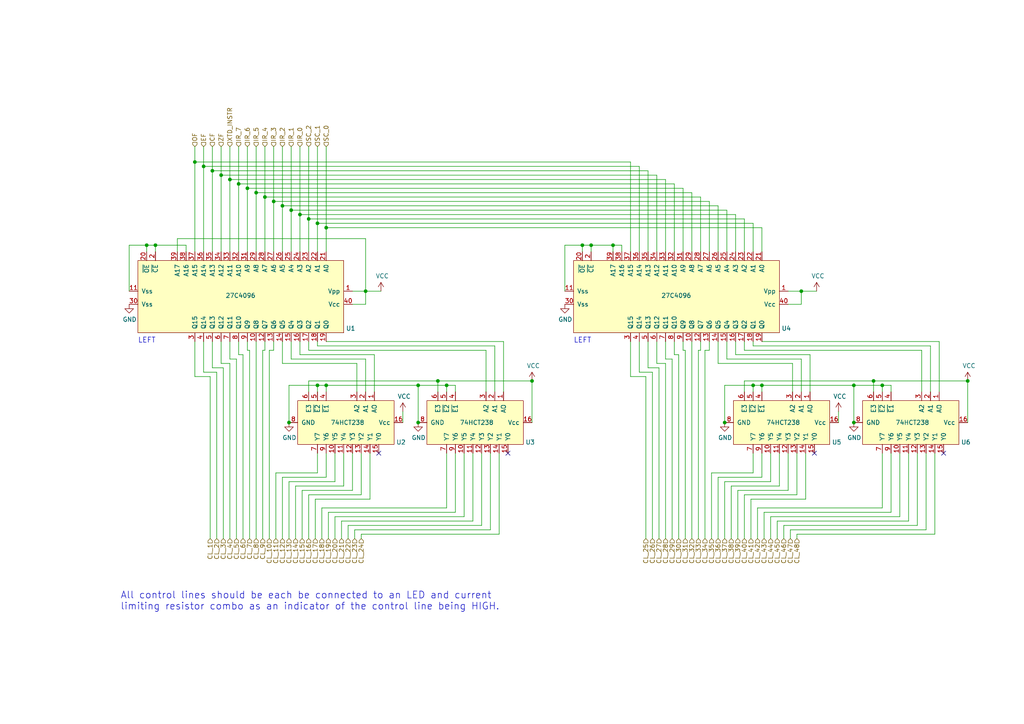
<source format=kicad_sch>
(kicad_sch (version 20211123) (generator eeschema)
  (paper "A4")
  (title_block (title "Control Logic") (rev "2"))
  (lib_symbols
    (symbol "common-symbols:27C4096" (pin_names (offset 1.016))
      (property "Reference" "U" (at 10.795 -10.16 0))
      (property "Value" "27C4096" (at 10.795 -7.62 0))
      (symbol "27C4096_0_0"
        (pin power_in line (at 8.89 2.54 270) (length 2.54) (name "Vpp") (number "1"))
        (pin output line (at 23.495 -25.4 180) (length 2.54) (name "Q8") (number "10"))
        (pin power_in line (at 8.89 -62.23 90) (length 2.54) (name "Vss") (number "11"))
        (pin output line (at 23.495 -22.86 180) (length 2.54) (name "Q7") (number "12"))
        (pin output line (at 23.495 -20.32 180) (length 2.54) (name "Q6") (number "13"))
        (pin output line (at 23.495 -17.78 180) (length 2.54) (name "Q5") (number "14"))
        (pin output line (at 23.495 -15.24 180) (length 2.54) (name "Q4") (number "15"))
        (pin output line (at 23.495 -12.7 180) (length 2.54) (name "Q3") (number "16"))
        (pin output line (at 23.495 -10.16 180) (length 2.54) (name "Q2") (number "17"))
        (pin output line (at 23.495 -7.62 180) (length 2.54) (name "Q1") (number "18"))
        (pin output line (at 23.495 -5.08 180) (length 2.54) (name "Q0") (number "19"))
        (pin input line (at -2.54 -54.61 0) (length 2.54) (name "~{CE}") (number "2"))
        (pin input line (at -2.54 -57.15 0) (length 2.54) (name "~{OE}") (number "20"))
        (pin input line (at -2.54 -5.08 0) (length 2.54) (name "A0") (number "21"))
        (pin input line (at -2.54 -7.62 0) (length 2.54) (name "A1") (number "22"))
        (pin input line (at -2.54 -10.16 0) (length 2.54) (name "A2") (number "23"))
        (pin input line (at -2.54 -12.7 0) (length 2.54) (name "A3") (number "24"))
        (pin input line (at -2.54 -15.24 0) (length 2.54) (name "A4") (number "25"))
        (pin input line (at -2.54 -17.78 0) (length 2.54) (name "A5") (number "26"))
        (pin input line (at -2.54 -20.32 0) (length 2.54) (name "A6") (number "27"))
        (pin input line (at -2.54 -22.86 0) (length 2.54) (name "A7") (number "28"))
        (pin input line (at -2.54 -25.4 0) (length 2.54) (name "A8") (number "29"))
        (pin output line (at 23.495 -43.18 180) (length 2.54) (name "Q15") (number "3"))
        (pin power_in line (at 12.7 -62.23 90) (length 2.54) (name "Vss") (number "30"))
        (pin input line (at -2.54 -27.94 0) (length 2.54) (name "A9") (number "31"))
        (pin input line (at -2.54 -30.48 0) (length 2.54) (name "A10") (number "32"))
        (pin input line (at -2.54 -33.02 0) (length 2.54) (name "A11") (number "33"))
        (pin input line (at -2.54 -35.56 0) (length 2.54) (name "A12") (number "34"))
        (pin input line (at -2.54 -38.1 0) (length 2.54) (name "A13") (number "35"))
        (pin input line (at -2.54 -40.64 0) (length 2.54) (name "A14") (number "36"))
        (pin input line (at -2.54 -43.18 0) (length 2.54) (name "A15") (number "37"))
        (pin input line (at -2.54 -45.72 0) (length 2.54) (name "A16") (number "38"))
        (pin input line (at -2.54 -48.26 0) (length 2.54) (name "A17") (number "39"))
        (pin output line (at 23.495 -40.64 180) (length 2.54) (name "Q14") (number "4"))
        (pin power_in line (at 12.7 2.54 270) (length 2.54) (name "Vcc") (number "40"))
        (pin output line (at 23.495 -38.1 180) (length 2.54) (name "Q13") (number "5"))
        (pin output line (at 23.495 -35.56 180) (length 2.54) (name "Q12") (number "6"))
        (pin output line (at 23.495 -33.02 180) (length 2.54) (name "Q11") (number "7"))
        (pin output line (at 23.495 -30.48 180) (length 2.54) (name "Q10") (number "8"))
        (pin output line (at 23.495 -27.94 180) (length 2.54) (name "Q9") (number "9"))
      )
      (symbol "27C4096_0_1"
        (rectangle (start 0 0) (end 20.955 -59.69) (fill (type background)))
      )
    )
    (symbol "common-symbols:74HCT238" (pin_names (offset 1.016))
      (property "Reference" "U" (at 15.875 31.115 0))
      (property "Value" "74HCT238" (at 0 0 90))
      (symbol "74HCT238_0_0"
        (pin input line (at -8.89 7.62 0) (length 2.54) (name "AO") (number "1"))
        (pin output line (at 8.89 -3.81 180) (length 2.54) (name "Y5") (number "10"))
        (pin output line (at 8.89 -1.27 180) (length 2.54) (name "Y4") (number "11"))
        (pin output line (at 8.89 1.27 180) (length 2.54) (name "Y3") (number "12"))
        (pin output line (at 8.89 3.81 180) (length 2.54) (name "Y2") (number "13"))
        (pin output line (at 8.89 6.35 180) (length 2.54) (name "Y1") (number "14"))
        (pin output line (at 8.89 8.89 180) (length 2.54) (name "Y0") (number "15"))
        (pin power_in line (at 0 15.875 270) (length 2.54) (name "Vcc") (number "16"))
        (pin input line (at -8.89 5.08 0) (length 2.54) (name "A1") (number "2"))
        (pin input line (at -8.89 2.54 0) (length 2.54) (name "A2") (number "3"))
        (pin input line (at -8.89 -6.35 0) (length 2.54) (name "~{E1}") (number "4"))
        (pin input line (at -8.89 -8.89 0) (length 2.54) (name "~{E2}") (number "5"))
        (pin input line (at -8.89 -11.43 0) (length 2.54) (name "E3") (number "6"))
        (pin output line (at 8.89 -8.89 180) (length 2.54) (name "Y7") (number "7"))
        (pin power_in line (at 0 -17.145 90) (length 2.54) (name "GND") (number "8"))
        (pin output line (at 8.89 -6.35 180) (length 2.54) (name "Y6") (number "9"))
      )
      (symbol "74HCT238_0_1"
        (rectangle (start 6.35 -14.605) (end -6.35 13.335) (fill (type background)))
      )
    )
    (symbol "power:GND" (power) (pin_names (offset 0))
      (property "Value" "GND" (at 0 -3.81 0))
      (symbol "GND_0_1"
        (polyline (pts (xy 0 0) (xy 0 -1.27) (xy 1.27 -1.27) (xy 0 -2.54) (xy -1.27 -1.27) (xy 0 -1.27)))
      )
      (symbol "GND_1_1"
        (pin power_in line (at 0 0 270) (length 0) hide (name "GND") (number "1"))
      )
    )
    (symbol "power:VCC" (power) (pin_names (offset 0))
      (property "Value" "VCC" (at 0 3.81 0))
      (symbol "VCC_0_1"
        (polyline (pts (xy -0.762 1.27) (xy 0 2.54)))
        (polyline (pts (xy 0 0) (xy 0 2.54)))
        (polyline (pts (xy 0 2.54) (xy 0.762 1.27)))
      )
      (symbol "VCC_1_1"
        (pin power_in line (at 0 0 90) (length 0) hide (name "VCC") (number "1"))
      )
    )
  )
  (junction (at 84.455 60.96))
  (junction (at 255.905 111.76))
  (junction (at 86.995 62.23))
  (junction (at 129.54 111.76))
  (junction (at 92.075 111.76))
  (junction (at 42.545 71.12))
  (junction (at 83.82 122.555))
  (junction (at 210.185 122.555))
  (junction (at 121.285 122.555))
  (junction (at 64.135 50.8))
  (junction (at 92.075 64.77))
  (junction (at 154.305 110.49))
  (junction (at 94.615 111.76))
  (junction (at 76.835 57.15))
  (junction (at 253.365 110.49))
  (junction (at 89.535 63.5))
  (junction (at 247.65 111.76))
  (junction (at 121.285 111.76))
  (junction (at 74.295 55.88))
  (junction (at 66.675 52.07))
  (junction (at 168.91 71.12))
  (junction (at 232.41 84.455))
  (junction (at 177.8 71.12))
  (junction (at 220.98 111.76))
  (junction (at 61.595 49.53))
  (junction (at 56.515 46.99))
  (junction (at 71.755 54.61))
  (junction (at 59.055 48.26))
  (junction (at 127 110.49))
  (junction (at 171.45 71.12))
  (junction (at 45.085 71.12))
  (junction (at 79.375 58.42))
  (junction (at 280.67 110.49))
  (junction (at 106.045 84.455))
  (junction (at 69.215 53.34))
  (junction (at 81.915 59.69))
  (junction (at 94.615 66.04))
  (junction (at 218.44 111.76))
  (junction (at 247.65 122.555))
  (no_connect (at 273.685 131.445))
  (no_connect (at 109.855 131.445))
  (no_connect (at 236.22 131.445))
  (no_connect (at 147.32 131.445))
  (wire (pts (xy 127 113.665) (xy 127 110.49)))
  (wire (pts (xy 203.2 99.06) (xy 203.2 101.6)))
  (wire (pts (xy 85.725 140.97) (xy 85.725 156.21)))
  (wire (pts (xy 68.58 104.14) (xy 68.58 156.21)))
  (wire (pts (xy 187.325 109.22) (xy 187.325 156.21)))
  (wire (pts (xy 180.34 71.12) (xy 180.34 73.025)))
  (wire (pts (xy 258.445 131.445) (xy 258.445 148.59)))
  (wire (pts (xy 204.47 101.6) (xy 204.47 156.21)))
  (wire (pts (xy 94.615 42.545) (xy 94.615 66.04)))
  (wire (pts (xy 129.54 113.665) (xy 129.54 111.76)))
  (wire (pts (xy 79.375 73.025) (xy 79.375 58.42)))
  (wire (pts (xy 190.5 73.025) (xy 190.5 50.8)))
  (wire (pts (xy 84.455 42.545) (xy 84.455 60.96)))
  (wire (pts (xy 94.615 111.76) (xy 92.075 111.76)))
  (wire (pts (xy 220.98 131.445) (xy 220.98 138.43)))
  (wire (pts (xy 137.16 131.445) (xy 137.16 151.13)))
  (wire (pts (xy 56.515 99.06) (xy 56.515 109.22)))
  (wire (pts (xy 59.055 107.95) (xy 62.865 107.95)))
  (wire (pts (xy 185.42 99.06) (xy 185.42 107.95)))
  (wire (pts (xy 268.605 131.445) (xy 268.605 153.67)))
  (wire (pts (xy 89.535 101.6) (xy 140.97 101.6)))
  (wire (pts (xy 146.05 99.06) (xy 146.05 113.665)))
  (wire (pts (xy 104.775 131.445) (xy 104.775 143.51)))
  (wire (pts (xy 95.25 148.59) (xy 95.25 156.21)))
  (wire (pts (xy 99.06 151.13) (xy 137.16 151.13)))
  (wire (pts (xy 51.435 69.215) (xy 51.435 73.025)))
  (wire (pts (xy 129.54 131.445) (xy 129.54 147.32)))
  (wire (pts (xy 92.075 111.76) (xy 92.075 113.665)))
  (wire (pts (xy 95.25 148.59) (xy 132.08 148.59)))
  (wire (pts (xy 182.88 99.06) (xy 182.88 109.22)))
  (wire (pts (xy 210.185 111.76) (xy 210.185 122.555)))
  (wire (pts (xy 168.91 71.12) (xy 168.91 73.025)))
  (wire (pts (xy 227.33 152.4) (xy 266.065 152.4)))
  (wire (pts (xy 87.63 142.24) (xy 87.63 156.21)))
  (wire (pts (xy 195.58 99.06) (xy 195.58 102.87)))
  (wire (pts (xy 42.545 71.12) (xy 45.085 71.12)))
  (wire (pts (xy 81.915 73.025) (xy 81.915 59.69)))
  (wire (pts (xy 97.155 149.86) (xy 97.155 156.21)))
  (wire (pts (xy 104.775 154.94) (xy 144.78 154.94)))
  (wire (pts (xy 103.505 105.41) (xy 103.505 113.665)))
  (wire (pts (xy 212.09 140.97) (xy 226.06 140.97)))
  (wire (pts (xy 215.9 73.025) (xy 215.9 63.5)))
  (wire (pts (xy 106.045 69.215) (xy 106.045 84.455)))
  (wire (pts (xy 263.525 131.445) (xy 263.525 151.13)))
  (wire (pts (xy 232.41 84.455) (xy 232.41 88.265)))
  (wire (pts (xy 92.075 42.545) (xy 92.075 64.77)))
  (wire (pts (xy 163.83 71.12) (xy 163.83 84.455)))
  (wire (pts (xy 215.9 143.51) (xy 215.9 156.21)))
  (wire (pts (xy 225.425 151.13) (xy 263.525 151.13)))
  (wire (pts (xy 106.045 84.455) (xy 110.49 84.455)))
  (wire (pts (xy 202.565 101.6) (xy 202.565 156.21)))
  (wire (pts (xy 255.905 113.665) (xy 255.905 111.76)))
  (wire (pts (xy 76.835 99.06) (xy 76.835 101.6)))
  (wire (pts (xy 37.465 71.12) (xy 42.545 71.12)))
  (wire (pts (xy 84.455 99.06) (xy 84.455 104.14)))
  (wire (pts (xy 74.295 73.025) (xy 74.295 55.88)))
  (wire (pts (xy 89.535 110.49) (xy 89.535 113.665)))
  (wire (pts (xy 106.045 84.455) (xy 106.045 88.265)))
  (wire (pts (xy 218.44 100.33) (xy 269.875 100.33)))
  (wire (pts (xy 83.82 139.7) (xy 97.155 139.7)))
  (wire (pts (xy 97.155 131.445) (xy 97.155 139.7)))
  (wire (pts (xy 243.205 122.555) (xy 243.205 119.38)))
  (wire (pts (xy 177.8 73.025) (xy 177.8 71.12)))
  (wire (pts (xy 267.335 101.6) (xy 267.335 113.665)))
  (wire (pts (xy 226.06 131.445) (xy 226.06 140.97)))
  (wire (pts (xy 71.755 99.06) (xy 71.755 101.6)))
  (wire (pts (xy 81.915 138.43) (xy 94.615 138.43)))
  (wire (pts (xy 89.535 42.545) (xy 89.535 63.5)))
  (wire (pts (xy 232.41 88.265) (xy 228.6 88.265)))
  (wire (pts (xy 255.905 111.76) (xy 247.65 111.76)))
  (wire (pts (xy 225.425 151.13) (xy 225.425 156.21)))
  (wire (pts (xy 64.135 99.06) (xy 64.135 105.41)))
  (wire (pts (xy 208.28 138.43) (xy 220.98 138.43)))
  (wire (pts (xy 215.9 110.49) (xy 215.9 113.665)))
  (wire (pts (xy 203.2 57.15) (xy 76.835 57.15)))
  (wire (pts (xy 132.08 131.445) (xy 132.08 148.59)))
  (wire (pts (xy 106.045 104.14) (xy 106.045 113.665)))
  (wire (pts (xy 218.44 64.77) (xy 92.075 64.77)))
  (wire (pts (xy 177.8 71.12) (xy 180.34 71.12)))
  (wire (pts (xy 89.535 143.51) (xy 89.535 156.21)))
  (wire (pts (xy 84.455 104.14) (xy 106.045 104.14)))
  (wire (pts (xy 193.04 73.025) (xy 193.04 52.07)))
  (wire (pts (xy 234.95 102.87) (xy 234.95 113.665)))
  (wire (pts (xy 83.82 139.7) (xy 83.82 156.21)))
  (wire (pts (xy 81.915 42.545) (xy 81.915 59.69)))
  (wire (pts (xy 253.365 113.665) (xy 253.365 110.49)))
  (wire (pts (xy 255.905 131.445) (xy 255.905 147.32)))
  (wire (pts (xy 139.7 131.445) (xy 139.7 152.4)))
  (wire (pts (xy 190.5 99.06) (xy 190.5 105.41)))
  (wire (pts (xy 62.865 107.95) (xy 62.865 156.21)))
  (wire (pts (xy 76.835 42.545) (xy 76.835 57.15)))
  (wire (pts (xy 220.98 111.76) (xy 218.44 111.76)))
  (wire (pts (xy 200.66 55.88) (xy 74.295 55.88)))
  (wire (pts (xy 97.155 149.86) (xy 134.62 149.86)))
  (wire (pts (xy 231.14 131.445) (xy 231.14 143.51)))
  (wire (pts (xy 203.2 73.025) (xy 203.2 57.15)))
  (wire (pts (xy 208.28 105.41) (xy 229.87 105.41)))
  (wire (pts (xy 195.58 102.87) (xy 196.85 102.87)))
  (wire (pts (xy 171.45 71.12) (xy 177.8 71.12)))
  (wire (pts (xy 66.675 99.06) (xy 66.675 104.14)))
  (wire (pts (xy 81.915 138.43) (xy 81.915 156.21)))
  (wire (pts (xy 253.365 110.49) (xy 215.9 110.49)))
  (wire (pts (xy 195.58 53.34) (xy 69.215 53.34)))
  (wire (pts (xy 78.105 101.6) (xy 78.105 156.21)))
  (wire (pts (xy 100.965 152.4) (xy 100.965 156.21)))
  (wire (pts (xy 81.915 105.41) (xy 103.505 105.41)))
  (wire (pts (xy 210.82 104.14) (xy 232.41 104.14)))
  (wire (pts (xy 229.235 153.67) (xy 229.235 156.21)))
  (wire (pts (xy 171.45 71.12) (xy 171.45 73.025)))
  (wire (pts (xy 56.515 46.99) (xy 56.515 73.025)))
  (wire (pts (xy 144.78 131.445) (xy 144.78 154.94)))
  (wire (pts (xy 108.585 102.87) (xy 108.585 113.665)))
  (wire (pts (xy 218.44 99.06) (xy 218.44 100.33)))
  (wire (pts (xy 60.96 109.22) (xy 60.96 156.21)))
  (wire (pts (xy 215.9 143.51) (xy 231.14 143.51)))
  (wire (pts (xy 221.615 148.59) (xy 258.445 148.59)))
  (wire (pts (xy 253.365 110.49) (xy 280.67 110.49)))
  (wire (pts (xy 45.085 71.12) (xy 53.975 71.12)))
  (wire (pts (xy 210.185 139.7) (xy 223.52 139.7)))
  (wire (pts (xy 219.71 147.32) (xy 219.71 156.21)))
  (wire (pts (xy 71.755 54.61) (xy 71.755 73.025)))
  (wire (pts (xy 64.135 105.41) (xy 66.675 105.41)))
  (wire (pts (xy 69.215 102.87) (xy 70.485 102.87)))
  (wire (pts (xy 215.9 63.5) (xy 89.535 63.5)))
  (wire (pts (xy 121.285 111.76) (xy 94.615 111.76)))
  (wire (pts (xy 219.71 147.32) (xy 255.905 147.32)))
  (wire (pts (xy 81.915 99.06) (xy 81.915 105.41)))
  (wire (pts (xy 69.215 99.06) (xy 69.215 102.87)))
  (wire (pts (xy 91.44 144.78) (xy 91.44 156.21)))
  (wire (pts (xy 205.74 58.42) (xy 79.375 58.42)))
  (wire (pts (xy 89.535 99.06) (xy 89.535 101.6)))
  (wire (pts (xy 212.09 140.97) (xy 212.09 156.21)))
  (wire (pts (xy 79.375 99.06) (xy 79.375 101.6)))
  (wire (pts (xy 187.96 49.53) (xy 61.595 49.53)))
  (wire (pts (xy 132.08 111.76) (xy 132.08 113.665)))
  (wire (pts (xy 220.98 99.06) (xy 272.415 99.06)))
  (wire (pts (xy 223.52 149.86) (xy 223.52 156.21)))
  (wire (pts (xy 210.82 99.06) (xy 210.82 104.14)))
  (wire (pts (xy 92.075 137.16) (xy 92.075 131.445)))
  (wire (pts (xy 84.455 73.025) (xy 84.455 60.96)))
  (wire (pts (xy 200.66 73.025) (xy 200.66 55.88)))
  (wire (pts (xy 203.2 101.6) (xy 202.565 101.6)))
  (wire (pts (xy 89.535 143.51) (xy 104.775 143.51)))
  (wire (pts (xy 205.74 99.06) (xy 205.74 101.6)))
  (wire (pts (xy 61.595 106.68) (xy 64.77 106.68)))
  (wire (pts (xy 76.2 101.6) (xy 76.2 156.21)))
  (wire (pts (xy 94.615 73.025) (xy 94.615 66.04)))
  (wire (pts (xy 66.675 104.14) (xy 68.58 104.14)))
  (wire (pts (xy 87.63 142.24) (xy 102.235 142.24)))
  (wire (pts (xy 76.835 101.6) (xy 76.2 101.6)))
  (wire (pts (xy 80.01 137.16) (xy 92.075 137.16)))
  (wire (pts (xy 86.995 99.06) (xy 86.995 102.87)))
  (wire (pts (xy 213.36 73.025) (xy 213.36 62.23)))
  (wire (pts (xy 61.595 99.06) (xy 61.595 106.68)))
  (wire (pts (xy 71.755 101.6) (xy 72.39 101.6)))
  (wire (pts (xy 92.075 100.33) (xy 143.51 100.33)))
  (wire (pts (xy 86.995 102.87) (xy 108.585 102.87)))
  (wire (pts (xy 208.28 73.025) (xy 208.28 59.69)))
  (wire (pts (xy 127 110.49) (xy 89.535 110.49)))
  (wire (pts (xy 193.04 104.14) (xy 194.945 104.14)))
  (wire (pts (xy 269.875 100.33) (xy 269.875 113.665)))
  (wire (pts (xy 79.375 101.6) (xy 78.105 101.6)))
  (wire (pts (xy 271.145 131.445) (xy 271.145 154.94)))
  (wire (pts (xy 213.995 142.24) (xy 213.995 156.21)))
  (wire (pts (xy 127 110.49) (xy 154.305 110.49)))
  (wire (pts (xy 200.66 99.06) (xy 200.66 156.21)))
  (wire (pts (xy 37.465 71.12) (xy 37.465 84.455)))
  (wire (pts (xy 94.615 111.76) (xy 94.615 113.665)))
  (wire (pts (xy 223.52 131.445) (xy 223.52 139.7)))
  (wire (pts (xy 258.445 111.76) (xy 258.445 113.665)))
  (wire (pts (xy 195.58 73.025) (xy 195.58 53.34)))
  (wire (pts (xy 218.44 111.76) (xy 218.44 113.665)))
  (wire (pts (xy 56.515 109.22) (xy 60.96 109.22)))
  (wire (pts (xy 80.01 137.16) (xy 80.01 156.21)))
  (wire (pts (xy 231.14 154.94) (xy 231.14 156.21)))
  (wire (pts (xy 64.135 73.025) (xy 64.135 50.8)))
  (wire (pts (xy 66.675 42.545) (xy 66.675 52.07)))
  (wire (pts (xy 91.44 144.78) (xy 107.315 144.78)))
  (wire (pts (xy 66.675 105.41) (xy 66.675 156.21)))
  (wire (pts (xy 70.485 102.87) (xy 70.485 156.21)))
  (wire (pts (xy 182.88 46.99) (xy 182.88 73.025)))
  (wire (pts (xy 102.87 153.67) (xy 142.24 153.67)))
  (wire (pts (xy 232.41 104.14) (xy 232.41 113.665)))
  (wire (pts (xy 92.075 73.025) (xy 92.075 64.77)))
  (wire (pts (xy 221.615 148.59) (xy 221.615 156.21)))
  (wire (pts (xy 185.42 48.26) (xy 59.055 48.26)))
  (wire (pts (xy 232.41 84.455) (xy 236.855 84.455)))
  (wire (pts (xy 51.435 69.215) (xy 106.045 69.215)))
  (wire (pts (xy 233.68 131.445) (xy 233.68 144.78)))
  (wire (pts (xy 185.42 107.95) (xy 189.23 107.95)))
  (wire (pts (xy 193.04 105.41) (xy 193.04 156.21)))
  (wire (pts (xy 93.345 147.32) (xy 129.54 147.32)))
  (wire (pts (xy 220.98 66.04) (xy 94.615 66.04)))
  (wire (pts (xy 213.36 99.06) (xy 213.36 102.87)))
  (wire (pts (xy 93.345 147.32) (xy 93.345 156.21)))
  (wire (pts (xy 208.28 59.69) (xy 81.915 59.69)))
  (wire (pts (xy 89.535 73.025) (xy 89.535 63.5)))
  (wire (pts (xy 210.82 60.96) (xy 84.455 60.96)))
  (wire (pts (xy 66.675 73.025) (xy 66.675 52.07)))
  (wire (pts (xy 190.5 50.8) (xy 64.135 50.8)))
  (wire (pts (xy 217.805 144.78) (xy 217.805 156.21)))
  (wire (pts (xy 56.515 42.545) (xy 56.515 46.99)))
  (wire (pts (xy 83.82 111.76) (xy 83.82 122.555)))
  (wire (pts (xy 99.06 151.13) (xy 99.06 156.21)))
  (wire (pts (xy 231.14 154.94) (xy 271.145 154.94)))
  (wire (pts (xy 215.9 101.6) (xy 267.335 101.6)))
  (wire (pts (xy 194.945 104.14) (xy 194.945 156.21)))
  (wire (pts (xy 69.215 42.545) (xy 69.215 53.34)))
  (wire (pts (xy 74.295 42.545) (xy 74.295 55.88)))
  (wire (pts (xy 218.44 111.76) (xy 210.185 111.76)))
  (wire (pts (xy 208.28 99.06) (xy 208.28 105.41)))
  (wire (pts (xy 106.045 88.265) (xy 102.235 88.265)))
  (wire (pts (xy 217.805 144.78) (xy 233.68 144.78)))
  (wire (pts (xy 198.755 101.6) (xy 198.755 156.21)))
  (wire (pts (xy 218.44 73.025) (xy 218.44 64.77)))
  (wire (pts (xy 104.775 154.94) (xy 104.775 156.21)))
  (wire (pts (xy 79.375 42.545) (xy 79.375 58.42)))
  (wire (pts (xy 102.235 84.455) (xy 106.045 84.455)))
  (wire (pts (xy 59.055 42.545) (xy 59.055 48.26)))
  (wire (pts (xy 210.82 73.025) (xy 210.82 60.96)))
  (wire (pts (xy 205.74 73.025) (xy 205.74 58.42)))
  (wire (pts (xy 102.87 153.67) (xy 102.87 156.21)))
  (wire (pts (xy 228.6 84.455) (xy 232.41 84.455)))
  (wire (pts (xy 190.5 105.41) (xy 193.04 105.41)))
  (wire (pts (xy 154.305 110.49) (xy 154.305 122.555)))
  (wire (pts (xy 107.315 131.445) (xy 107.315 144.78)))
  (wire (pts (xy 56.515 46.99) (xy 182.88 46.99)))
  (wire (pts (xy 220.98 73.025) (xy 220.98 66.04)))
  (wire (pts (xy 168.91 71.12) (xy 171.45 71.12)))
  (wire (pts (xy 94.615 99.06) (xy 146.05 99.06)))
  (wire (pts (xy 64.77 106.68) (xy 64.77 156.21)))
  (wire (pts (xy 187.96 106.68) (xy 191.135 106.68)))
  (wire (pts (xy 92.075 111.76) (xy 83.82 111.76)))
  (wire (pts (xy 72.39 101.6) (xy 72.39 156.21)))
  (wire (pts (xy 206.375 137.16) (xy 206.375 156.21)))
  (wire (pts (xy 140.97 101.6) (xy 140.97 113.665)))
  (wire (pts (xy 86.995 42.545) (xy 86.995 62.23)))
  (wire (pts (xy 99.695 131.445) (xy 99.695 140.97)))
  (wire (pts (xy 198.12 54.61) (xy 71.755 54.61)))
  (wire (pts (xy 129.54 111.76) (xy 132.08 111.76)))
  (wire (pts (xy 76.835 73.025) (xy 76.835 57.15)))
  (wire (pts (xy 61.595 73.025) (xy 61.595 49.53)))
  (wire (pts (xy 45.085 71.12) (xy 45.085 73.025)))
  (wire (pts (xy 74.295 99.06) (xy 74.295 156.21)))
  (wire (pts (xy 213.36 102.87) (xy 234.95 102.87)))
  (wire (pts (xy 213.36 62.23) (xy 86.995 62.23)))
  (wire (pts (xy 185.42 73.025) (xy 185.42 48.26)))
  (wire (pts (xy 53.975 71.12) (xy 53.975 73.025)))
  (wire (pts (xy 208.28 138.43) (xy 208.28 156.21)))
  (wire (pts (xy 229.87 105.41) (xy 229.87 113.665)))
  (wire (pts (xy 272.415 99.06) (xy 272.415 113.665)))
  (wire (pts (xy 196.85 102.87) (xy 196.85 156.21)))
  (wire (pts (xy 191.135 106.68) (xy 191.135 156.21)))
  (wire (pts (xy 210.185 139.7) (xy 210.185 156.21)))
  (wire (pts (xy 229.235 153.67) (xy 268.605 153.67)))
  (wire (pts (xy 228.6 131.445) (xy 228.6 142.24)))
  (wire (pts (xy 198.12 99.06) (xy 198.12 101.6)))
  (wire (pts (xy 85.725 140.97) (xy 99.695 140.97)))
  (wire (pts (xy 187.96 73.025) (xy 187.96 49.53)))
  (wire (pts (xy 247.65 122.555) (xy 247.65 111.76)))
  (wire (pts (xy 129.54 111.76) (xy 121.285 111.76)))
  (wire (pts (xy 182.88 109.22) (xy 187.325 109.22)))
  (wire (pts (xy 218.44 137.16) (xy 218.44 131.445)))
  (wire (pts (xy 100.965 152.4) (xy 139.7 152.4)))
  (wire (pts (xy 163.83 71.12) (xy 168.91 71.12)))
  (wire (pts (xy 266.065 131.445) (xy 266.065 152.4)))
  (wire (pts (xy 198.12 54.61) (xy 198.12 73.025)))
  (wire (pts (xy 187.96 99.06) (xy 187.96 106.68)))
  (wire (pts (xy 94.615 131.445) (xy 94.615 138.43)))
  (wire (pts (xy 134.62 131.445) (xy 134.62 149.86)))
  (wire (pts (xy 255.905 111.76) (xy 258.445 111.76)))
  (wire (pts (xy 86.995 73.025) (xy 86.995 62.23)))
  (wire (pts (xy 260.985 131.445) (xy 260.985 149.86)))
  (wire (pts (xy 220.98 111.76) (xy 220.98 113.665)))
  (wire (pts (xy 69.215 73.025) (xy 69.215 53.34)))
  (wire (pts (xy 59.055 99.06) (xy 59.055 107.95)))
  (wire (pts (xy 223.52 149.86) (xy 260.985 149.86)))
  (wire (pts (xy 213.995 142.24) (xy 228.6 142.24)))
  (wire (pts (xy 71.755 42.545) (xy 71.755 54.61)))
  (wire (pts (xy 215.9 99.06) (xy 215.9 101.6)))
  (wire (pts (xy 64.135 42.545) (xy 64.135 50.8)))
  (wire (pts (xy 116.84 122.555) (xy 116.84 119.38)))
  (wire (pts (xy 143.51 100.33) (xy 143.51 113.665)))
  (wire (pts (xy 247.65 111.76) (xy 220.98 111.76)))
  (wire (pts (xy 227.33 152.4) (xy 227.33 156.21)))
  (wire (pts (xy 142.24 131.445) (xy 142.24 153.67)))
  (wire (pts (xy 198.12 101.6) (xy 198.755 101.6)))
  (wire (pts (xy 121.285 122.555) (xy 121.285 111.76)))
  (wire (pts (xy 102.235 131.445) (xy 102.235 142.24)))
  (wire (pts (xy 206.375 137.16) (xy 218.44 137.16)))
  (wire (pts (xy 193.04 52.07) (xy 66.675 52.07)))
  (wire (pts (xy 189.23 107.95) (xy 189.23 156.21)))
  (wire (pts (xy 61.595 42.545) (xy 61.595 49.53)))
  (wire (pts (xy 280.67 110.49) (xy 280.67 122.555)))
  (wire (pts (xy 92.075 99.06) (xy 92.075 100.33)))
  (wire (pts (xy 193.04 99.06) (xy 193.04 104.14)))
  (wire (pts (xy 42.545 71.12) (xy 42.545 73.025)))
  (wire (pts (xy 205.74 101.6) (xy 204.47 101.6)))
  (wire (pts (xy 59.055 73.025) (xy 59.055 48.26)))
  (text "All control lines should be each be connected to an LED and current\nlimiting resistor combo as an indicator of the control line being HIGH." (at 34.925 177.165 0) (effects (font (size 2.0066 2.0066)) (justify left bottom)))
  (text "LEFT" (at 40.005 99.695 0) (effects (font (size 1.4986 1.4986)) (justify left bottom)))
  (text "LEFT" (at 166.37 99.695 0) (effects (font (size 1.4986 1.4986)) (justify left bottom)))
  (hierarchical_label "IR_5" (shape input) (at 74.295 42.545 90))
  (hierarchical_label "XTD_INSTR" (shape input) (at 66.675 42.545 90))
  (hierarchical_label "CL_4" (shape input) (at 66.675 156.21 270))
  (hierarchical_label "CL_13" (shape input) (at 83.82 156.21 270))
  (hierarchical_label "CF" (shape input) (at 61.595 42.545 90))
  (hierarchical_label "CL_44" (shape input) (at 223.52 156.21 270))
  (hierarchical_label "IR_7" (shape input) (at 69.215 42.545 90))
  (hierarchical_label "CL_33" (shape input) (at 202.565 156.21 270))
  (hierarchical_label "CL_15" (shape input) (at 87.63 156.21 270))
  (hierarchical_label "CL_12" (shape input) (at 81.915 156.21 270))
  (hierarchical_label "CL_37" (shape input) (at 210.185 156.21 270))
  (hierarchical_label "CL_36" (shape input) (at 208.28 156.21 270))
  (hierarchical_label "CL_39" (shape input) (at 213.995 156.21 270))
  (hierarchical_label "CL_24" (shape input) (at 104.775 156.21 270))
  (hierarchical_label "CL_3" (shape input) (at 64.77 156.21 270))
  (hierarchical_label "CL_6" (shape input) (at 70.485 156.21 270))
  (hierarchical_label "CL_25" (shape input) (at 187.325 156.21 270))
  (hierarchical_label "SC_1" (shape input) (at 92.075 42.545 90))
  (hierarchical_label "CL_28" (shape input) (at 193.04 156.21 270))
  (hierarchical_label "CL_43" (shape input) (at 221.615 156.21 270))
  (hierarchical_label "CL_38" (shape input) (at 212.09 156.21 270))
  (hierarchical_label "CL_27" (shape input) (at 191.135 156.21 270))
  (hierarchical_label "CL_21" (shape input) (at 99.06 156.21 270))
  (hierarchical_label "IR_6" (shape input) (at 71.755 42.545 90))
  (hierarchical_label "CL_26" (shape input) (at 189.23 156.21 270))
  (hierarchical_label "CL_17" (shape input) (at 91.44 156.21 270))
  (hierarchical_label "CL_9" (shape input) (at 76.2 156.21 270))
  (hierarchical_label "SC_2" (shape input) (at 89.535 42.545 90))
  (hierarchical_label "CL_40" (shape input) (at 215.9 156.21 270))
  (hierarchical_label "SC_0" (shape input) (at 94.615 42.545 90))
  (hierarchical_label "CL_30" (shape input) (at 196.85 156.21 270))
  (hierarchical_label "CL_46" (shape input) (at 227.33 156.21 270))
  (hierarchical_label "CL_41" (shape input) (at 217.805 156.21 270))
  (hierarchical_label "IR_1" (shape input) (at 84.455 42.545 90))
  (hierarchical_label "CL_5" (shape input) (at 68.58 156.21 270))
  (hierarchical_label "CL_34" (shape input) (at 204.47 156.21 270))
  (hierarchical_label "CL_10" (shape input) (at 78.105 156.21 270))
  (hierarchical_label "CL_1" (shape input) (at 60.96 156.21 270))
  (hierarchical_label "IR_2" (shape input) (at 81.915 42.545 90))
  (hierarchical_label "CL_29" (shape input) (at 194.945 156.21 270))
  (hierarchical_label "CL_35" (shape input) (at 206.375 156.21 270))
  (hierarchical_label "CL_19" (shape input) (at 95.25 156.21 270))
  (hierarchical_label "CL_14" (shape input) (at 85.725 156.21 270))
  (hierarchical_label "CL_48" (shape input) (at 231.14 156.21 270))
  (hierarchical_label "IR_4" (shape input) (at 76.835 42.545 90))
  (hierarchical_label "CL_45" (shape input) (at 225.425 156.21 270))
  (hierarchical_label "CL_47" (shape input) (at 229.235 156.21 270))
  (hierarchical_label "CL_42" (shape input) (at 219.71 156.21 270))
  (hierarchical_label "ZF" (shape input) (at 64.135 42.545 90))
  (hierarchical_label "CL_2" (shape input) (at 62.865 156.21 270))
  (hierarchical_label "IR_0" (shape input) (at 86.995 42.545 90))
  (hierarchical_label "CL_8" (shape input) (at 74.295 156.21 270))
  (hierarchical_label "CL_16" (shape input) (at 89.535 156.21 270))
  (hierarchical_label "CL_22" (shape input) (at 100.965 156.21 270))
  (hierarchical_label "CL_32" (shape input) (at 200.66 156.21 270))
  (hierarchical_label "IR_3" (shape input) (at 79.375 42.545 90))
  (hierarchical_label "CL_31" (shape input) (at 198.755 156.21 270))
  (hierarchical_label "CL_11" (shape input) (at 80.01 156.21 270))
  (hierarchical_label "EF" (shape input) (at 59.055 42.545 90))
  (hierarchical_label "CL_18" (shape input) (at 93.345 156.21 270))
  (hierarchical_label "CL_23" (shape input) (at 102.87 156.21 270))
  (hierarchical_label "OF" (shape input) (at 56.515 42.545 90))
  (hierarchical_label "CL_20" (shape input) (at 97.155 156.21 270))
  (hierarchical_label "CL_7" (shape input) (at 72.39 156.21 270))
  (symbol (lib_id "common-symbols:74HCT238") (at 100.965 122.555 270) (unit 1)
    (property "Reference" "U2" (at 114.935 128.27 90) (effects (justify left)))
    (property "Value" "74HCT238" (at 95.885 122.555 90) (effects (justify left)))
  )
  (symbol (lib_id "common-symbols:74HCT238") (at 138.43 122.555 270) (unit 1)
    (property "Reference" "U3" (at 152.4 128.27 90) (effects (justify left)))
    (property "Value" "74HCT238" (at 133.35 122.555 90) (effects (justify left)))
  )
  (symbol (lib_id "common-symbols:27C4096") (at 99.695 75.565 270) (unit 1)
    (property "Reference" "U1" (at 100.33 95.25 90) (effects (justify left)))
    (property "Value" "27C4096" (at 65.405 85.725 90) (effects (justify left)))
  )
  (symbol (lib_id "power:GND") (at 37.465 88.265 0) (unit 1)
    (property "Reference" "#PWR01" (effects hide))
    (property "Value" "GND" (at 37.592 92.6592 0))
  )
  (symbol (lib_id "power:GND") (at 121.285 122.555 0) (unit 1)
    (property "Reference" "#PWR05" (effects hide))
    (property "Value" "GND" (at 121.412 126.9492 0))
  )
  (symbol (lib_id "power:VCC") (at 116.84 119.38 0) (unit 1)
    (property "Reference" "#PWR04" (effects hide))
    (property "Value" "VCC" (at 117.221 114.9858 0))
  )
  (symbol (lib_id "power:VCC") (at 154.305 110.49 0) (unit 1)
    (property "Reference" "#PWR06" (effects hide))
    (property "Value" "VCC" (at 154.686 106.0958 0))
  )
  (symbol (lib_id "power:GND") (at 83.82 122.555 0) (unit 1)
    (property "Reference" "#PWR02" (effects hide))
    (property "Value" "GND" (at 83.947 126.9492 0))
  )
  (symbol (lib_id "power:VCC") (at 110.49 84.455 0) (unit 1)
    (property "Reference" "#PWR03" (effects hide))
    (property "Value" "VCC" (at 110.871 80.0608 0))
  )
  (symbol (lib_id "common-symbols:74HCT238") (at 264.795 122.555 270) (unit 1)
    (property "Reference" "U6" (at 278.765 128.27 90) (effects (justify left)))
    (property "Value" "74HCT238" (at 259.715 122.555 90) (effects (justify left)))
  )
  (symbol (lib_id "common-symbols:74HCT238") (at 227.33 122.555 270) (unit 1)
    (property "Reference" "U5" (at 241.3 128.27 90) (effects (justify left)))
    (property "Value" "74HCT238" (at 222.25 122.555 90) (effects (justify left)))
  )
  (symbol (lib_id "power:GND") (at 163.83 88.265 0) (unit 1)
    (property "Reference" "#PWR07" (effects hide))
    (property "Value" "GND" (at 163.957 92.6592 0))
  )
  (symbol (lib_id "power:GND") (at 247.65 122.555 0) (unit 1)
    (property "Reference" "#PWR011" (effects hide))
    (property "Value" "GND" (at 247.777 126.9492 0))
  )
  (symbol (lib_id "power:VCC") (at 243.205 119.38 0) (unit 1)
    (property "Reference" "#PWR010" (effects hide))
    (property "Value" "VCC" (at 243.586 114.9858 0))
  )
  (symbol (lib_id "power:VCC") (at 280.67 110.49 0) (unit 1)
    (property "Reference" "#PWR012" (effects hide))
    (property "Value" "VCC" (at 281.051 106.0958 0))
  )
  (symbol (lib_id "power:VCC") (at 236.855 84.455 0) (unit 1)
    (property "Reference" "#PWR09" (effects hide))
    (property "Value" "VCC" (at 237.236 80.0608 0))
  )
  (symbol (lib_id "common-symbols:27C4096") (at 226.06 75.565 270) (unit 1)
    (property "Reference" "U4" (at 226.695 95.25 90) (effects (justify left)))
    (property "Value" "27C4096" (at 191.77 85.725 90) (effects (justify left)))
  )
  (symbol (lib_id "power:GND") (at 210.185 122.555 0) (unit 1)
    (property "Reference" "#PWR08" (effects hide))
    (property "Value" "GND" (at 210.312 126.9492 0))
  )
)
</source>
